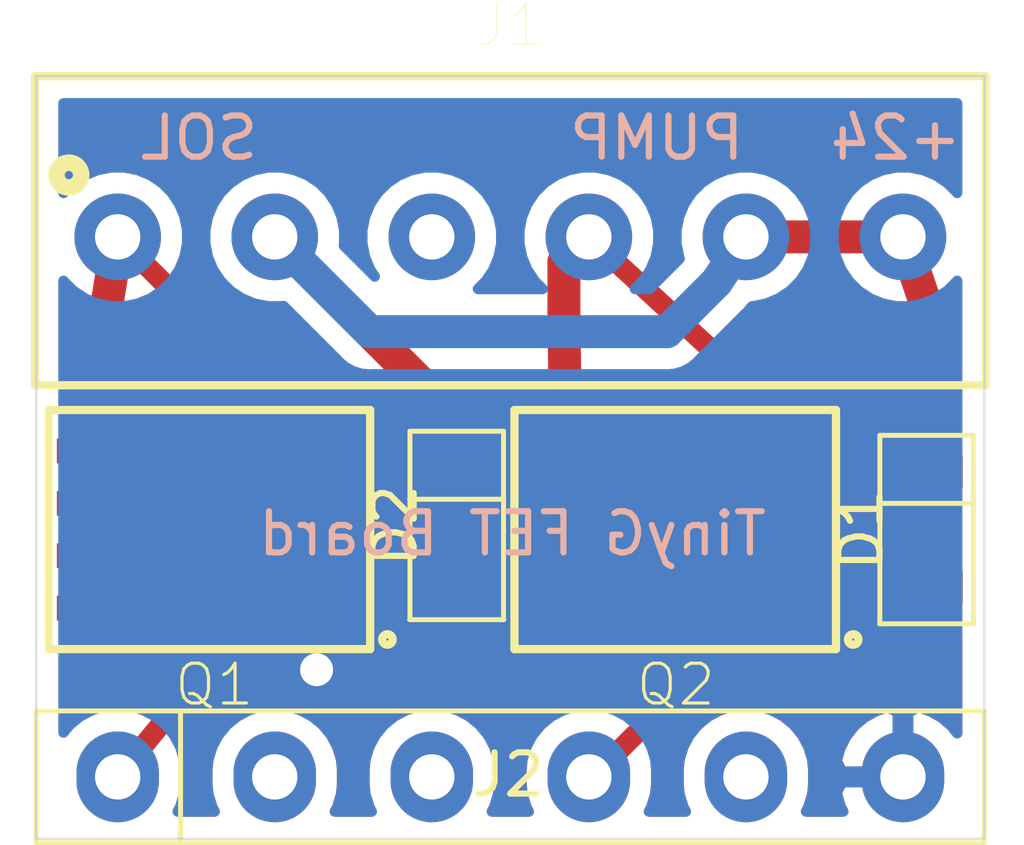
<source format=kicad_pcb>
(kicad_pcb (version 20171130) (host pcbnew "(5.1.6-0-10_14)")

  (general
    (thickness 1.6)
    (drawings 8)
    (tracks 51)
    (zones 0)
    (modules 6)
    (nets 11)
  )

  (page A4)
  (layers
    (0 F.Cu signal)
    (31 B.Cu signal)
    (32 B.Adhes user)
    (33 F.Adhes user)
    (34 B.Paste user)
    (35 F.Paste user)
    (36 B.SilkS user)
    (37 F.SilkS user)
    (38 B.Mask user)
    (39 F.Mask user)
    (40 Dwgs.User user)
    (41 Cmts.User user)
    (42 Eco1.User user)
    (43 Eco2.User user)
    (44 Edge.Cuts user)
    (45 Margin user)
    (46 B.CrtYd user)
    (47 F.CrtYd user)
    (48 B.Fab user)
    (49 F.Fab user)
  )

  (setup
    (last_trace_width 0.25)
    (user_trace_width 0.5)
    (user_trace_width 0.8)
    (trace_clearance 0.2)
    (zone_clearance 0.508)
    (zone_45_only no)
    (trace_min 0.2)
    (via_size 0.8)
    (via_drill 0.4)
    (via_min_size 0.4)
    (via_min_drill 0.3)
    (uvia_size 0.3)
    (uvia_drill 0.1)
    (uvias_allowed no)
    (uvia_min_size 0.2)
    (uvia_min_drill 0.1)
    (edge_width 0.05)
    (segment_width 0.2)
    (pcb_text_width 0.3)
    (pcb_text_size 1.5 1.5)
    (mod_edge_width 0.12)
    (mod_text_size 1 1)
    (mod_text_width 0.15)
    (pad_size 1.524 1.524)
    (pad_drill 0.762)
    (pad_to_mask_clearance 0.05)
    (aux_axis_origin 0 0)
    (visible_elements FFFFFF7F)
    (pcbplotparams
      (layerselection 0x010fc_ffffffff)
      (usegerberextensions false)
      (usegerberattributes true)
      (usegerberadvancedattributes true)
      (creategerberjobfile true)
      (excludeedgelayer true)
      (linewidth 0.100000)
      (plotframeref false)
      (viasonmask false)
      (mode 1)
      (useauxorigin false)
      (hpglpennumber 1)
      (hpglpenspeed 20)
      (hpglpendiameter 15.000000)
      (psnegative false)
      (psa4output false)
      (plotreference true)
      (plotvalue true)
      (plotinvisibletext false)
      (padsonsilk false)
      (subtractmaskfromsilk false)
      (outputformat 1)
      (mirror false)
      (drillshape 1)
      (scaleselection 1)
      (outputdirectory ""))
  )

  (net 0 "")
  (net 1 "Net-(D1-Pad2)")
  (net 2 "Net-(D1-Pad1)")
  (net 3 "Net-(J2-Pad6)")
  (net 4 "Net-(J2-Pad4)")
  (net 5 "Net-(J2-Pad1)")
  (net 6 "Net-(D2-Pad2)")
  (net 7 "Net-(J1-Pad3)")
  (net 8 "Net-(J2-Pad5)")
  (net 9 "Net-(J2-Pad3)")
  (net 10 "Net-(J2-Pad2)")

  (net_class Default "This is the default net class."
    (clearance 0.2)
    (trace_width 0.25)
    (via_dia 0.8)
    (via_drill 0.4)
    (uvia_dia 0.3)
    (uvia_drill 0.1)
    (add_net "Net-(D1-Pad1)")
    (add_net "Net-(D1-Pad2)")
    (add_net "Net-(D2-Pad2)")
    (add_net "Net-(J1-Pad3)")
    (add_net "Net-(J2-Pad1)")
    (add_net "Net-(J2-Pad2)")
    (add_net "Net-(J2-Pad3)")
    (add_net "Net-(J2-Pad4)")
    (add_net "Net-(J2-Pad5)")
    (add_net "Net-(J2-Pad6)")
  )

  (module Diode_SMD:D_1206_3216Metric (layer F.Cu) (tedit 5FB700BB) (tstamp 5FB2F124)
    (at 146.6 104 270)
    (descr "Diode SMD 1206 (3216 Metric), square (rectangular) end terminal, IPC_7351 nominal, (Body size source: http://www.tortai-tech.com/upload/download/2011102023233369053.pdf), generated with kicad-footprint-generator")
    (tags diode)
    (path /5FAEE23C)
    (attr smd)
    (fp_text reference D1 (at 0 1.6 270) (layer F.SilkS)
      (effects (font (size 1 1) (thickness 0.15)))
    )
    (fp_text value SD1206S0402R0 (at 0 1.82 270) (layer F.Fab)
      (effects (font (size 1 1) (thickness 0.15)))
    )
    (fp_text user %R (at 0 0 270) (layer F.Fab)
      (effects (font (size 0.8 0.8) (thickness 0.12)))
    )
    (fp_line (start 2.286 -1.143) (end 2.286 1.143) (layer F.SilkS) (width 0.12))
    (fp_line (start -0.635 -1.143) (end -0.635 1.143) (layer F.SilkS) (width 0.12))
    (fp_line (start 1.6 -0.8) (end -1.2 -0.8) (layer F.Fab) (width 0.1))
    (fp_line (start -1.2 -0.8) (end -1.6 -0.4) (layer F.Fab) (width 0.1))
    (fp_line (start -1.6 -0.4) (end -1.6 0.8) (layer F.Fab) (width 0.1))
    (fp_line (start -1.6 0.8) (end 1.6 0.8) (layer F.Fab) (width 0.1))
    (fp_line (start 1.6 0.8) (end 1.6 -0.8) (layer F.Fab) (width 0.1))
    (fp_line (start 2.285 -1.135) (end -2.285 -1.135) (layer F.SilkS) (width 0.12))
    (fp_line (start -2.285 -1.135) (end -2.285 1.135) (layer F.SilkS) (width 0.12))
    (fp_line (start -2.285 1.135) (end 2.285 1.135) (layer F.SilkS) (width 0.12))
    (fp_line (start -2.28 1.12) (end -2.28 -1.12) (layer F.CrtYd) (width 0.05))
    (fp_line (start -2.28 -1.12) (end 2.28 -1.12) (layer F.CrtYd) (width 0.05))
    (fp_line (start 2.28 -1.12) (end 2.28 1.12) (layer F.CrtYd) (width 0.05))
    (fp_line (start 2.28 1.12) (end -2.28 1.12) (layer F.CrtYd) (width 0.05))
    (pad 2 smd roundrect (at 1.4 0 270) (size 1.25 1.75) (layers F.Cu F.Paste F.Mask) (roundrect_rratio 0.2)
      (net 1 "Net-(D1-Pad2)"))
    (pad 1 smd roundrect (at -1.4 0 270) (size 1.25 1.75) (layers F.Cu F.Paste F.Mask) (roundrect_rratio 0.2)
      (net 2 "Net-(D1-Pad1)"))
    (model ${KISYS3DMOD}/Diode_SMD.3dshapes/D_1206_3216Metric.wrl
      (at (xyz 0 0 0))
      (scale (xyz 1 1 1))
      (rotate (xyz 0 0 0))
    )
  )

  (module "BJW_Libraries:Wuerth 691243310006" (layer F.Cu) (tedit 5FB6B9F7) (tstamp 5FAE1955)
    (at 136.5 96.9)
    (descr "<b>WR-TBL Serie 2433 - 3.81 mm Horizontal Entry Modular w. Rising Cage Clamp <br></b>Max Height =9.1mm , Pitch 3.81mm , 6 Pins")
    (path /5FADC05D)
    (fp_text reference J1 (at 0 -5.135) (layer F.SilkS)
      (effects (font (size 1 1) (thickness 0.015)))
    )
    (fp_text value Screw_Terminal_01x06 (at 4.12 4.865) (layer F.Fab)
      (effects (font (size 1 1) (thickness 0.015)))
    )
    (fp_circle (center -10.71 -1.5) (end -10.61 -1.5) (layer F.SilkS) (width 0.4))
    (fp_line (start -11.53 3.6) (end -11.53 -3.9) (layer F.SilkS) (width 0.2))
    (fp_line (start 11.53 3.6) (end -11.53 3.6) (layer F.SilkS) (width 0.2))
    (fp_line (start 11.53 -3.9) (end 11.53 3.6) (layer F.SilkS) (width 0.2))
    (fp_line (start -11.53 -3.9) (end 11.53 -3.9) (layer F.SilkS) (width 0.2))
    (fp_line (start 11.43 -3.8) (end 11.43 3.5) (layer F.Fab) (width 0.1))
    (fp_line (start -11.43 -3.8) (end -11.43 3.5) (layer F.Fab) (width 0.1))
    (fp_line (start -11.43 -3.8) (end 11.43 -3.8) (layer F.Fab) (width 0.1))
    (fp_line (start -11.43 3.5) (end 11.43 3.5) (layer F.Fab) (width 0.1))
    (pad 6 thru_hole circle (at 9.525 0) (size 2.1 2.1) (drill 1.1) (layers *.Cu *.Mask)
      (net 2 "Net-(D1-Pad1)"))
    (pad 5 thru_hole circle (at 5.715 0) (size 2.1 2.1) (drill 1.1) (layers *.Cu *.Mask)
      (net 2 "Net-(D1-Pad1)"))
    (pad 4 thru_hole circle (at 1.905 0) (size 2.1 2.1) (drill 1.1) (layers *.Cu *.Mask)
      (net 1 "Net-(D1-Pad2)"))
    (pad 3 thru_hole circle (at -1.905 0) (size 2.1 2.1) (drill 1.1) (layers *.Cu *.Mask)
      (net 7 "Net-(J1-Pad3)"))
    (pad 2 thru_hole circle (at -5.715 0) (size 2.1 2.1) (drill 1.1) (layers *.Cu *.Mask)
      (net 2 "Net-(D1-Pad1)"))
    (pad 1 thru_hole circle (at -9.525 0) (size 2.1 2.1) (drill 1.1) (layers *.Cu *.Mask)
      (net 6 "Net-(D2-Pad2)"))
  )

  (module BJW_Libraries:6_Pin_Header_.150 (layer F.Cu) (tedit 5FB6AFE4) (tstamp 5FAE1968)
    (at 136.5 110)
    (path /5FAD7D70)
    (fp_text reference J2 (at -0.05 -0.05) (layer F.SilkS)
      (effects (font (size 1 1) (thickness 0.15)))
    )
    (fp_text value Conn_01x06_Male (at 0 -2.6) (layer F.Fab)
      (effects (font (size 1 1) (thickness 0.15)))
    )
    (fp_line (start -11.5 -1.6) (end 11.5 -1.6) (layer F.SilkS) (width 0.12))
    (fp_line (start 11.5 -1.6) (end 11.5 1.6) (layer F.SilkS) (width 0.12))
    (fp_line (start 11.5 1.6) (end -11.5 1.6) (layer F.SilkS) (width 0.12))
    (fp_line (start -11.5 1.6) (end -11.5 -1.6) (layer F.SilkS) (width 0.12))
    (fp_line (start -8 -1.6) (end -8 1.6) (layer F.SilkS) (width 0.12))
    (fp_line (start -11.25 -1.35) (end 11.25 -1.35) (layer F.CrtYd) (width 0.05))
    (fp_line (start 11.25 -1.35) (end 11.25 1.35) (layer F.CrtYd) (width 0.05))
    (fp_line (start 11.25 1.35) (end -11.25 1.35) (layer F.CrtYd) (width 0.05))
    (fp_line (start -11.25 1.35) (end -11.25 -1.35) (layer F.CrtYd) (width 0.05))
    (pad 6 thru_hole oval (at 9.525 0) (size 2 2.2) (drill 1.1) (layers *.Cu *.Mask)
      (net 3 "Net-(J2-Pad6)"))
    (pad 5 thru_hole oval (at 5.715 0) (size 2 2.2) (drill 1.1) (layers *.Cu *.Mask)
      (net 8 "Net-(J2-Pad5)"))
    (pad 4 thru_hole oval (at 1.905 0) (size 2 2.2) (drill 1.1) (layers *.Cu *.Mask)
      (net 4 "Net-(J2-Pad4)"))
    (pad 3 thru_hole oval (at -1.905 0) (size 2 2.2) (drill 1.1) (layers *.Cu *.Mask)
      (net 9 "Net-(J2-Pad3)"))
    (pad 2 thru_hole oval (at -5.715 0) (size 2 2.2) (drill 1.1) (layers *.Cu *.Mask)
      (net 10 "Net-(J2-Pad2)"))
    (pad 1 thru_hole oval (at -9.525 0) (size 2 2.2) (drill 1.1) (layers *.Cu *.Mask)
      (net 5 "Net-(J2-Pad1)"))
  )

  (module Diode_SMD:D_1206_3216Metric (layer F.Cu) (tedit 5FB700BB) (tstamp 5FB1C9A1)
    (at 135.2 103.9 270)
    (descr "Diode SMD 1206 (3216 Metric), square (rectangular) end terminal, IPC_7351 nominal, (Body size source: http://www.tortai-tech.com/upload/download/2011102023233369053.pdf), generated with kicad-footprint-generator")
    (tags diode)
    (path /5FB1A5A0)
    (attr smd)
    (fp_text reference D2 (at 0 1.5 90) (layer F.SilkS)
      (effects (font (size 1 1) (thickness 0.15)))
    )
    (fp_text value SD1206S0402R0 (at 0 1.82 90) (layer F.Fab)
      (effects (font (size 1 1) (thickness 0.15)))
    )
    (fp_text user %R (at 0 0 90) (layer F.Fab)
      (effects (font (size 0.8 0.8) (thickness 0.12)))
    )
    (fp_line (start 2.286 -1.143) (end 2.286 1.143) (layer F.SilkS) (width 0.12))
    (fp_line (start -0.635 -1.143) (end -0.635 1.143) (layer F.SilkS) (width 0.12))
    (fp_line (start 1.6 -0.8) (end -1.2 -0.8) (layer F.Fab) (width 0.1))
    (fp_line (start -1.2 -0.8) (end -1.6 -0.4) (layer F.Fab) (width 0.1))
    (fp_line (start -1.6 -0.4) (end -1.6 0.8) (layer F.Fab) (width 0.1))
    (fp_line (start -1.6 0.8) (end 1.6 0.8) (layer F.Fab) (width 0.1))
    (fp_line (start 1.6 0.8) (end 1.6 -0.8) (layer F.Fab) (width 0.1))
    (fp_line (start 2.285 -1.135) (end -2.285 -1.135) (layer F.SilkS) (width 0.12))
    (fp_line (start -2.285 -1.135) (end -2.285 1.135) (layer F.SilkS) (width 0.12))
    (fp_line (start -2.285 1.135) (end 2.285 1.135) (layer F.SilkS) (width 0.12))
    (fp_line (start -2.28 1.12) (end -2.28 -1.12) (layer F.CrtYd) (width 0.05))
    (fp_line (start -2.28 -1.12) (end 2.28 -1.12) (layer F.CrtYd) (width 0.05))
    (fp_line (start 2.28 -1.12) (end 2.28 1.12) (layer F.CrtYd) (width 0.05))
    (fp_line (start 2.28 1.12) (end -2.28 1.12) (layer F.CrtYd) (width 0.05))
    (pad 2 smd roundrect (at 1.4 0 270) (size 1.25 1.75) (layers F.Cu F.Paste F.Mask) (roundrect_rratio 0.2)
      (net 6 "Net-(D2-Pad2)"))
    (pad 1 smd roundrect (at -1.4 0 270) (size 1.25 1.75) (layers F.Cu F.Paste F.Mask) (roundrect_rratio 0.2)
      (net 2 "Net-(D1-Pad1)"))
    (model ${KISYS3DMOD}/Diode_SMD.3dshapes/D_1206_3216Metric.wrl
      (at (xyz 0 0 0))
      (scale (xyz 1 1 1))
      (rotate (xyz 0 0 0))
    )
  )

  (module BJW_Libraries:SO-08 (layer F.Cu) (tedit 5DCEE3E9) (tstamp 5FAE2129)
    (at 140.5 104 90)
    (descr "<B>Small Outline Narrow Plastic Gull Wing</B><p>\n150-mil body, package type SN")
    (path /5FAE0192)
    (fp_text reference Q2 (at -3.2 -1) (layer F.SilkS)
      (effects (font (size 0.9652 0.9652) (thickness 0.077216)) (justify left top))
    )
    (fp_text value NTMS4920 (at 3.81 -5.08) (layer F.Fab)
      (effects (font (size 1.2065 1.2065) (thickness 0.09652)) (justify left top))
    )
    (fp_text user 3d (at -1.905 0.635 90) (layer Cmts.User)
      (effects (font (size 0.38608 0.38608) (thickness 0.032512)) (justify left bottom))
    )
    (fp_text user "" (at -1.905 0.635 90) (layer Cmts.User)
      (effects (font (size 0.38608 0.38608) (thickness 0.032512)) (justify left bottom))
    )
    (fp_text user "" (at -1.905 0.635 90) (layer Cmts.User)
      (effects (font (size 0.38608 0.38608) (thickness 0.032512)) (justify left bottom))
    )
    (fp_line (start -2.9 -3.9) (end 2.9 -3.9) (layer F.SilkS) (width 0.1998))
    (fp_line (start 2.9 -3.9) (end 2.9 3.9) (layer F.SilkS) (width 0.1998))
    (fp_line (start 2.9 3.9) (end -2.9 3.9) (layer F.SilkS) (width 0.1998))
    (fp_line (start -2.9 3.9) (end -2.9 -3.9) (layer F.SilkS) (width 0.1998))
    (fp_line (start 2.4 -1.9) (end 2.4 1.4) (layer F.Fab) (width 0.2032))
    (fp_line (start 2.4 1.4) (end 2.4 1.9) (layer F.Fab) (width 0.2032))
    (fp_line (start 2.4 1.9) (end -2.4 1.9) (layer F.Fab) (width 0.2032))
    (fp_line (start -2.4 1.9) (end -2.4 1.4) (layer F.Fab) (width 0.2032))
    (fp_line (start -2.4 1.4) (end -2.4 -1.9) (layer F.Fab) (width 0.2032))
    (fp_line (start -2.4 -1.9) (end 2.4 -1.9) (layer F.Fab) (width 0.2032))
    (fp_line (start 2.4 1.4) (end -2.4 1.4) (layer F.Fab) (width 0.2032))
    (fp_poly (pts (xy -2.1501 3.1001) (xy -1.6599 3.1001) (xy -1.6599 2) (xy -2.1501 2)) (layer F.Fab) (width 0))
    (fp_poly (pts (xy -0.8801 3.1001) (xy -0.3899 3.1001) (xy -0.3899 2) (xy -0.8801 2)) (layer F.Fab) (width 0))
    (fp_poly (pts (xy 0.3899 3.1001) (xy 0.8801 3.1001) (xy 0.8801 2) (xy 0.3899 2)) (layer F.Fab) (width 0))
    (fp_poly (pts (xy 1.6599 3.1001) (xy 2.1501 3.1001) (xy 2.1501 2) (xy 1.6599 2)) (layer F.Fab) (width 0))
    (fp_poly (pts (xy 1.6599 -2) (xy 2.1501 -2) (xy 2.1501 -3.1001) (xy 1.6599 -3.1001)) (layer F.Fab) (width 0))
    (fp_poly (pts (xy 0.3899 -2) (xy 0.8801 -2) (xy 0.8801 -3.1001) (xy 0.3899 -3.1001)) (layer F.Fab) (width 0))
    (fp_poly (pts (xy -0.8801 -2) (xy -0.3899 -2) (xy -0.3899 -3.1001) (xy -0.8801 -3.1001)) (layer F.Fab) (width 0))
    (fp_poly (pts (xy -2.1501 -2) (xy -1.6599 -2) (xy -1.6599 -3.1001) (xy -2.1501 -3.1001)) (layer F.Fab) (width 0))
    (fp_poly (pts (xy -1 1) (xy 1 1) (xy 1 -1) (xy -1 -1)) (layer F.Adhes) (width 0))
    (fp_circle (center -2.667 4.318) (end -2.54 4.318) (layer F.SilkS) (width 0.2))
    (pad 5 smd rect (at 1.905 -2.6 90) (size 0.6 2.2) (layers F.Cu F.Paste F.Mask)
      (net 1 "Net-(D1-Pad2)") (solder_mask_margin 0.1016))
    (pad 6 smd rect (at 0.635 -2.6 90) (size 0.6 2.2) (layers F.Cu F.Paste F.Mask)
      (net 1 "Net-(D1-Pad2)") (solder_mask_margin 0.1016))
    (pad 8 smd rect (at -1.905 -2.6 90) (size 0.6 2.2) (layers F.Cu F.Paste F.Mask)
      (net 1 "Net-(D1-Pad2)") (solder_mask_margin 0.1016))
    (pad 4 smd rect (at 1.905 2.6 90) (size 0.6 2.2) (layers F.Cu F.Paste F.Mask)
      (net 4 "Net-(J2-Pad4)") (solder_mask_margin 0.1016))
    (pad 3 smd rect (at 0.635 2.6 90) (size 0.6 2.2) (layers F.Cu F.Paste F.Mask)
      (net 3 "Net-(J2-Pad6)") (solder_mask_margin 0.1016))
    (pad 1 smd rect (at -1.905 2.6 90) (size 0.6 2.2) (layers F.Cu F.Paste F.Mask)
      (net 3 "Net-(J2-Pad6)") (solder_mask_margin 0.1016))
    (pad 7 smd rect (at -0.635 -2.6 90) (size 0.6 2.2) (layers F.Cu F.Paste F.Mask)
      (net 1 "Net-(D1-Pad2)") (solder_mask_margin 0.1016))
    (pad 2 smd rect (at -0.635 2.6 90) (size 0.6 2.2) (layers F.Cu F.Paste F.Mask)
      (net 3 "Net-(J2-Pad6)") (solder_mask_margin 0.1016))
  )

  (module BJW_Libraries:SO-08 (layer F.Cu) (tedit 5DCEE3E9) (tstamp 5FAE2106)
    (at 129.2 104 90)
    (descr "<B>Small Outline Narrow Plastic Gull Wing</B><p>\n150-mil body, package type SN")
    (path /5FADE4CA)
    (fp_text reference Q1 (at -3.2 -0.9) (layer F.SilkS)
      (effects (font (size 0.9652 0.9652) (thickness 0.077216)) (justify left top))
    )
    (fp_text value NTMS4920 (at 3.81 -5.08) (layer F.Fab)
      (effects (font (size 1.2065 1.2065) (thickness 0.09652)) (justify left top))
    )
    (fp_text user 3d (at -1.905 0.635 90) (layer Cmts.User)
      (effects (font (size 0.38608 0.38608) (thickness 0.032512)) (justify left bottom))
    )
    (fp_text user "" (at -1.905 0.635 90) (layer Cmts.User)
      (effects (font (size 0.38608 0.38608) (thickness 0.032512)) (justify left bottom))
    )
    (fp_text user "" (at -1.905 0.635 90) (layer Cmts.User)
      (effects (font (size 0.38608 0.38608) (thickness 0.032512)) (justify left bottom))
    )
    (fp_line (start -2.9 -3.9) (end 2.9 -3.9) (layer F.SilkS) (width 0.1998))
    (fp_line (start 2.9 -3.9) (end 2.9 3.9) (layer F.SilkS) (width 0.1998))
    (fp_line (start 2.9 3.9) (end -2.9 3.9) (layer F.SilkS) (width 0.1998))
    (fp_line (start -2.9 3.9) (end -2.9 -3.9) (layer F.SilkS) (width 0.1998))
    (fp_line (start 2.4 -1.9) (end 2.4 1.4) (layer F.Fab) (width 0.2032))
    (fp_line (start 2.4 1.4) (end 2.4 1.9) (layer F.Fab) (width 0.2032))
    (fp_line (start 2.4 1.9) (end -2.4 1.9) (layer F.Fab) (width 0.2032))
    (fp_line (start -2.4 1.9) (end -2.4 1.4) (layer F.Fab) (width 0.2032))
    (fp_line (start -2.4 1.4) (end -2.4 -1.9) (layer F.Fab) (width 0.2032))
    (fp_line (start -2.4 -1.9) (end 2.4 -1.9) (layer F.Fab) (width 0.2032))
    (fp_line (start 2.4 1.4) (end -2.4 1.4) (layer F.Fab) (width 0.2032))
    (fp_poly (pts (xy -2.1501 3.1001) (xy -1.6599 3.1001) (xy -1.6599 2) (xy -2.1501 2)) (layer F.Fab) (width 0))
    (fp_poly (pts (xy -0.8801 3.1001) (xy -0.3899 3.1001) (xy -0.3899 2) (xy -0.8801 2)) (layer F.Fab) (width 0))
    (fp_poly (pts (xy 0.3899 3.1001) (xy 0.8801 3.1001) (xy 0.8801 2) (xy 0.3899 2)) (layer F.Fab) (width 0))
    (fp_poly (pts (xy 1.6599 3.1001) (xy 2.1501 3.1001) (xy 2.1501 2) (xy 1.6599 2)) (layer F.Fab) (width 0))
    (fp_poly (pts (xy 1.6599 -2) (xy 2.1501 -2) (xy 2.1501 -3.1001) (xy 1.6599 -3.1001)) (layer F.Fab) (width 0))
    (fp_poly (pts (xy 0.3899 -2) (xy 0.8801 -2) (xy 0.8801 -3.1001) (xy 0.3899 -3.1001)) (layer F.Fab) (width 0))
    (fp_poly (pts (xy -0.8801 -2) (xy -0.3899 -2) (xy -0.3899 -3.1001) (xy -0.8801 -3.1001)) (layer F.Fab) (width 0))
    (fp_poly (pts (xy -2.1501 -2) (xy -1.6599 -2) (xy -1.6599 -3.1001) (xy -2.1501 -3.1001)) (layer F.Fab) (width 0))
    (fp_poly (pts (xy -1 1) (xy 1 1) (xy 1 -1) (xy -1 -1)) (layer F.Adhes) (width 0))
    (fp_circle (center -2.667 4.318) (end -2.54 4.318) (layer F.SilkS) (width 0.2))
    (pad 5 smd rect (at 1.905 -2.6 90) (size 0.6 2.2) (layers F.Cu F.Paste F.Mask)
      (net 6 "Net-(D2-Pad2)") (solder_mask_margin 0.1016))
    (pad 6 smd rect (at 0.635 -2.6 90) (size 0.6 2.2) (layers F.Cu F.Paste F.Mask)
      (net 6 "Net-(D2-Pad2)") (solder_mask_margin 0.1016))
    (pad 8 smd rect (at -1.905 -2.6 90) (size 0.6 2.2) (layers F.Cu F.Paste F.Mask)
      (net 6 "Net-(D2-Pad2)") (solder_mask_margin 0.1016))
    (pad 4 smd rect (at 1.905 2.6 90) (size 0.6 2.2) (layers F.Cu F.Paste F.Mask)
      (net 5 "Net-(J2-Pad1)") (solder_mask_margin 0.1016))
    (pad 3 smd rect (at 0.635 2.6 90) (size 0.6 2.2) (layers F.Cu F.Paste F.Mask)
      (net 3 "Net-(J2-Pad6)") (solder_mask_margin 0.1016))
    (pad 1 smd rect (at -1.905 2.6 90) (size 0.6 2.2) (layers F.Cu F.Paste F.Mask)
      (net 3 "Net-(J2-Pad6)") (solder_mask_margin 0.1016))
    (pad 7 smd rect (at -0.635 -2.6 90) (size 0.6 2.2) (layers F.Cu F.Paste F.Mask)
      (net 6 "Net-(D2-Pad2)") (solder_mask_margin 0.1016))
    (pad 2 smd rect (at -0.635 2.6 90) (size 0.6 2.2) (layers F.Cu F.Paste F.Mask)
      (net 3 "Net-(J2-Pad6)") (solder_mask_margin 0.1016))
  )

  (gr_text "TinyG FET Board" (at 136.55 104.1) (layer B.SilkS)
    (effects (font (size 1 1) (thickness 0.15)) (justify mirror))
  )
  (gr_text +24 (at 145.85 94.5) (layer B.SilkS)
    (effects (font (size 1 1) (thickness 0.15)) (justify mirror))
  )
  (gr_text PUMP (at 140.05 94.5) (layer B.SilkS)
    (effects (font (size 1 1) (thickness 0.15)) (justify mirror))
  )
  (gr_text SOL (at 128.95 94.5) (layer B.SilkS)
    (effects (font (size 1 1) (thickness 0.15)) (justify mirror))
  )
  (gr_line (start 125 111.5) (end 125 93) (layer Edge.Cuts) (width 0.05) (tstamp 5FAEB9A5))
  (gr_line (start 148 111.5) (end 125 111.5) (layer Edge.Cuts) (width 0.05))
  (gr_line (start 148 93) (end 148 111.5) (layer Edge.Cuts) (width 0.05))
  (gr_line (start 125 93) (end 148 93) (layer Edge.Cuts) (width 0.05))

  (segment (start 138.405 96.9) (end 138.5 96.5) (width 0.5) (layer F.Cu) (net 1))
  (segment (start 142.1 100.3) (end 138.405 96.9) (width 0.5) (layer F.Cu) (net 1))
  (segment (start 144.1 100.3) (end 142.1 100.3) (width 0.5) (layer F.Cu) (net 1))
  (segment (start 145 101.2) (end 144.1 100.3) (width 0.5) (layer F.Cu) (net 1))
  (segment (start 145 103.8) (end 145 101.2) (width 0.5) (layer F.Cu) (net 1))
  (segment (start 146.6 105.4) (end 145 103.8) (width 0.5) (layer F.Cu) (net 1))
  (segment (start 137.9 97.005) (end 138.405 96.9) (width 0.25) (layer F.Cu) (net 1))
  (segment (start 137.9 105.605) (end 137.8 98.9) (width 0.8) (layer F.Cu) (net 1))
  (segment (start 138.2 105.905) (end 137.9 105.605) (width 0.5) (layer F.Cu) (net 1))
  (segment (start 137.8 97.505) (end 138.405 96.9) (width 0.8) (layer F.Cu) (net 1))
  (segment (start 137.8 98.9) (end 137.8 97.505) (width 0.8) (layer F.Cu) (net 1))
  (segment (start 146.5 102.5) (end 146.6 102.6) (width 0.8) (layer F.Cu) (net 2))
  (segment (start 146.025 96.9) (end 142.215 96.9) (width 0.8) (layer F.Cu) (net 2))
  (segment (start 146.6 98.6) (end 146.025 96.9) (width 0.8) (layer F.Cu) (net 2))
  (segment (start 146.6 102.6) (end 146.6 98.6) (width 0.8) (layer F.Cu) (net 2))
  (segment (start 135.2 101.4) (end 134.8 100.915) (width 0.8) (layer F.Cu) (net 2))
  (segment (start 134.8 100.915) (end 130.785 96.9) (width 0.8) (layer F.Cu) (net 2))
  (segment (start 135.2 102.5) (end 135.2 101.4) (width 0.8) (layer F.Cu) (net 2))
  (segment (start 133.085 99.2) (end 132.28 98.395) (width 0.8) (layer B.Cu) (net 2))
  (segment (start 140.3 99.2) (end 133.085 99.2) (width 0.8) (layer B.Cu) (net 2))
  (segment (start 132.28 98.395) (end 130.785 96.9) (width 0.8) (layer B.Cu) (net 2))
  (segment (start 141.5 98) (end 140.3 99.2) (width 0.8) (layer B.Cu) (net 2))
  (segment (start 142.5 96.5) (end 141.5 98) (width 0.8) (layer B.Cu) (net 2))
  (via (at 131.8 107.4) (size 1) (drill 0.8) (layers F.Cu B.Cu) (net 3))
  (segment (start 131.6 107.4) (end 131.5 107.5) (width 0.25) (layer F.Cu) (net 3) (tstamp 5FAEB9BF))
  (segment (start 131.6 107.4) (end 131.6 107.4) (width 0.25) (layer F.Cu) (net 3))
  (segment (start 131.8 103.365) (end 131.8 104.635) (width 0.8) (layer F.Cu) (net 3))
  (segment (start 131.8 104.635) (end 131.8 105.905) (width 0.8) (layer F.Cu) (net 3))
  (segment (start 131.8 105.905) (end 131.8 107.4) (width 0.8) (layer F.Cu) (net 3))
  (segment (start 143.1 103.365) (end 143.1 104.635) (width 0.8) (layer F.Cu) (net 3))
  (segment (start 143.1 104.635) (end 143.1 105.905) (width 0.8) (layer F.Cu) (net 3))
  (segment (start 140.5 108) (end 138.5 110) (width 0.5) (layer F.Cu) (net 4))
  (segment (start 140.5 103) (end 140.5 108) (width 0.5) (layer F.Cu) (net 4))
  (segment (start 141.405 102.095) (end 140.5 103) (width 0.5) (layer F.Cu) (net 4))
  (segment (start 143.4 102.095) (end 141.405 102.095) (width 0.5) (layer F.Cu) (net 4))
  (segment (start 129.2 107.3) (end 126.975 110) (width 0.5) (layer F.Cu) (net 5))
  (segment (start 129.2 103.1) (end 129.2 107.3) (width 0.5) (layer F.Cu) (net 5))
  (segment (start 130.205 102.095) (end 129.2 103.1) (width 0.5) (layer F.Cu) (net 5))
  (segment (start 131.6 102.095) (end 130.205 102.095) (width 0.5) (layer F.Cu) (net 5))
  (segment (start 126.6 103.365) (end 126.6 104.635) (width 0.8) (layer F.Cu) (net 6))
  (segment (start 126.6 104.635) (end 126.6 105.905) (width 0.8) (layer F.Cu) (net 6))
  (segment (start 126.6 102.095) (end 126.6 103.365) (width 0.8) (layer F.Cu) (net 6))
  (segment (start 132.5 100.3) (end 130.5 100.3) (width 0.5) (layer F.Cu) (net 6))
  (segment (start 133.6 101.4) (end 132.5 100.3) (width 0.5) (layer F.Cu) (net 6))
  (segment (start 135.2 105.3) (end 134.025 105.3) (width 0.5) (layer F.Cu) (net 6))
  (segment (start 133.6 104.875) (end 133.6 101.4) (width 0.5) (layer F.Cu) (net 6))
  (segment (start 134.025 105.3) (end 133.6 104.875) (width 0.5) (layer F.Cu) (net 6))
  (segment (start 130.375 100.3) (end 126.975 96.9) (width 0.5) (layer F.Cu) (net 6))
  (segment (start 126.5 101.995) (end 126.6 102.095) (width 0.8) (layer F.Cu) (net 6))
  (segment (start 126.650359 98.950359) (end 126.6 102.095) (width 0.8) (layer F.Cu) (net 6))
  (segment (start 126.975 96.9) (end 126.650359 98.950359) (width 0.8) (layer F.Cu) (net 6))

  (zone (net 3) (net_name "Net-(J2-Pad6)") (layer F.Cu) (tstamp 0) (hatch edge 0.508)
    (connect_pads (clearance 0.508))
    (min_thickness 0.254)
    (fill yes (arc_segments 32) (thermal_gap 0.508) (thermal_bridge_width 0.508))
    (polygon
      (pts
        (xy 148 111.5) (xy 125 111.5) (xy 125 93.2) (xy 148 93.2)
      )
    )
    (filled_polygon
      (pts
        (xy 131.927 103.238) (xy 131.947 103.238) (xy 131.947 103.492) (xy 131.927 103.492) (xy 131.927 104.508)
        (xy 131.947 104.508) (xy 131.947 104.762) (xy 131.927 104.762) (xy 131.927 105.778) (xy 131.947 105.778)
        (xy 131.947 106.032) (xy 131.927 106.032) (xy 131.927 106.68125) (xy 132.08575 106.84) (xy 132.9 106.843072)
        (xy 133.024482 106.830812) (xy 133.14418 106.794502) (xy 133.254494 106.735537) (xy 133.351185 106.656185) (xy 133.430537 106.559494)
        (xy 133.489502 106.44918) (xy 133.525812 106.329482) (xy 133.538072 106.205) (xy 133.535 106.19075) (xy 133.376252 106.032002)
        (xy 133.521913 106.032002) (xy 133.530941 106.039411) (xy 133.684687 106.121589) (xy 133.836139 106.167532) (xy 133.836595 106.168386)
        (xy 133.947038 106.302962) (xy 134.081614 106.413405) (xy 134.23515 106.495472) (xy 134.401746 106.546008) (xy 134.575 106.563072)
        (xy 135.825 106.563072) (xy 135.998254 106.546008) (xy 136.16485 106.495472) (xy 136.2196 106.466208) (xy 136.269463 106.559494)
        (xy 136.348815 106.656185) (xy 136.445506 106.735537) (xy 136.55582 106.794502) (xy 136.675518 106.830812) (xy 136.8 106.843072)
        (xy 139 106.843072) (xy 139.124482 106.830812) (xy 139.24418 106.794502) (xy 139.354494 106.735537) (xy 139.451185 106.656185)
        (xy 139.530537 106.559494) (xy 139.589502 106.44918) (xy 139.615001 106.365122) (xy 139.615001 107.63342) (xy 138.905244 108.343177)
        (xy 138.725515 108.288657) (xy 138.405 108.257089) (xy 138.084484 108.288657) (xy 137.776285 108.382148) (xy 137.492248 108.533969)
        (xy 137.243286 108.738286) (xy 137.038969 108.987249) (xy 136.887148 109.271286) (xy 136.793657 109.579485) (xy 136.77 109.819679)
        (xy 136.77 110.180322) (xy 136.793657 110.420516) (xy 136.887148 110.728715) (xy 136.946631 110.84) (xy 136.053369 110.84)
        (xy 136.112852 110.728714) (xy 136.206343 110.420515) (xy 136.23 110.180321) (xy 136.23 109.819678) (xy 136.206343 109.579484)
        (xy 136.112852 109.271285) (xy 135.961031 108.987248) (xy 135.756714 108.738286) (xy 135.507751 108.533969) (xy 135.223714 108.382148)
        (xy 134.915515 108.288657) (xy 134.595 108.257089) (xy 134.274484 108.288657) (xy 133.966285 108.382148) (xy 133.682248 108.533969)
        (xy 133.433286 108.738286) (xy 133.228969 108.987249) (xy 133.077148 109.271286) (xy 132.983657 109.579485) (xy 132.96 109.819679)
        (xy 132.96 110.180322) (xy 132.983657 110.420516) (xy 133.077148 110.728715) (xy 133.136631 110.84) (xy 132.243369 110.84)
        (xy 132.302852 110.728714) (xy 132.396343 110.420515) (xy 132.42 110.180321) (xy 132.42 109.819678) (xy 132.396343 109.579484)
        (xy 132.302852 109.271285) (xy 132.151031 108.987248) (xy 131.946714 108.738286) (xy 131.697751 108.533969) (xy 131.413714 108.382148)
        (xy 131.105515 108.288657) (xy 130.785 108.257089) (xy 130.464484 108.288657) (xy 130.156285 108.382148) (xy 129.872248 108.533969)
        (xy 129.623286 108.738286) (xy 129.418969 108.987249) (xy 129.267148 109.271286) (xy 129.173657 109.579485) (xy 129.15 109.819679)
        (xy 129.15 110.180322) (xy 129.173657 110.420516) (xy 129.267148 110.728715) (xy 129.326631 110.84) (xy 128.433369 110.84)
        (xy 128.492852 110.728714) (xy 128.586343 110.420515) (xy 128.61 110.180321) (xy 128.61 109.819678) (xy 128.586343 109.579484)
        (xy 128.554587 109.474799) (xy 129.828118 107.929391) (xy 129.828817 107.928817) (xy 129.883628 107.86203) (xy 129.910624 107.829271)
        (xy 129.911122 107.828529) (xy 129.939411 107.794059) (xy 129.959582 107.756321) (xy 129.983425 107.720794) (xy 130.000571 107.679635)
        (xy 130.021589 107.640313) (xy 130.034011 107.599364) (xy 130.050464 107.559869) (xy 130.05925 107.516165) (xy 130.072195 107.47349)
        (xy 130.07639 107.4309) (xy 130.084821 107.388958) (xy 130.084911 107.344381) (xy 130.085 107.343477) (xy 130.085 107.300308)
        (xy 130.085173 107.214629) (xy 130.085 107.21375) (xy 130.085 106.365124) (xy 130.110498 106.44918) (xy 130.169463 106.559494)
        (xy 130.248815 106.656185) (xy 130.345506 106.735537) (xy 130.45582 106.794502) (xy 130.575518 106.830812) (xy 130.7 106.843072)
        (xy 131.51425 106.84) (xy 131.673 106.68125) (xy 131.673 106.032) (xy 131.653 106.032) (xy 131.653 105.778)
        (xy 131.673 105.778) (xy 131.673 104.762) (xy 131.653 104.762) (xy 131.653 104.508) (xy 131.673 104.508)
        (xy 131.673 103.492) (xy 131.653 103.492) (xy 131.653 103.238) (xy 131.673 103.238) (xy 131.673 103.218)
        (xy 131.927 103.218)
      )
    )
    (filled_polygon
      (pts
        (xy 143.227 103.238) (xy 143.247 103.238) (xy 143.247 103.492) (xy 143.227 103.492) (xy 143.227 104.508)
        (xy 143.247 104.508) (xy 143.247 104.762) (xy 143.227 104.762) (xy 143.227 105.778) (xy 144.67625 105.778)
        (xy 144.835 105.61925) (xy 144.838072 105.605) (xy 144.825812 105.480518) (xy 144.789502 105.36082) (xy 144.740957 105.27)
        (xy 144.789502 105.17918) (xy 144.825812 105.059482) (xy 144.838072 104.935) (xy 144.835 104.92075) (xy 144.676252 104.762002)
        (xy 144.710424 104.762002) (xy 145.086928 105.138506) (xy 145.086928 105.775) (xy 145.103992 105.948254) (xy 145.154528 106.11485)
        (xy 145.236595 106.268386) (xy 145.347038 106.402962) (xy 145.481614 106.513405) (xy 145.63515 106.595472) (xy 145.801746 106.646008)
        (xy 145.975 106.663072) (xy 147.225 106.663072) (xy 147.340001 106.651745) (xy 147.340001 108.941453) (xy 147.20652 108.771045)
        (xy 146.963569 108.562234) (xy 146.684549 108.404833) (xy 146.405434 108.309876) (xy 146.152 108.429223) (xy 146.152 109.873)
        (xy 146.172 109.873) (xy 146.172 110.127) (xy 146.152 110.127) (xy 146.152 110.147) (xy 145.898 110.147)
        (xy 145.898 110.127) (xy 144.549798 110.127) (xy 144.415388 110.382274) (xy 144.501385 110.69087) (xy 144.576787 110.84)
        (xy 143.673369 110.84) (xy 143.732852 110.728714) (xy 143.826343 110.420515) (xy 143.85 110.180321) (xy 143.85 109.819678)
        (xy 143.83011 109.617726) (xy 144.415388 109.617726) (xy 144.549798 109.873) (xy 145.898 109.873) (xy 145.898 108.429223)
        (xy 145.644566 108.309876) (xy 145.365451 108.404833) (xy 145.086431 108.562234) (xy 144.84348 108.771045) (xy 144.645934 109.023241)
        (xy 144.501385 109.30913) (xy 144.415388 109.617726) (xy 143.83011 109.617726) (xy 143.826343 109.579484) (xy 143.732852 109.271285)
        (xy 143.581031 108.987248) (xy 143.376714 108.738286) (xy 143.127751 108.533969) (xy 142.843714 108.382148) (xy 142.535515 108.288657)
        (xy 142.215 108.257089) (xy 141.894484 108.288657) (xy 141.586285 108.382148) (xy 141.302248 108.533969) (xy 141.053286 108.738286)
        (xy 140.848969 108.987249) (xy 140.697148 109.271286) (xy 140.603657 109.579485) (xy 140.58 109.819679) (xy 140.58 110.180322)
        (xy 140.603657 110.420516) (xy 140.697148 110.728715) (xy 140.756631 110.84) (xy 139.863369 110.84) (xy 139.922852 110.728714)
        (xy 140.016343 110.420515) (xy 140.04 110.180321) (xy 140.04 109.819678) (xy 140.030308 109.721271) (xy 141.095049 108.65653)
        (xy 141.128817 108.628817) (xy 141.239411 108.494059) (xy 141.321589 108.340313) (xy 141.372195 108.17349) (xy 141.385 108.043477)
        (xy 141.385 108.043467) (xy 141.389281 108.000001) (xy 141.385 107.956535) (xy 141.385 106.365124) (xy 141.410498 106.44918)
        (xy 141.469463 106.559494) (xy 141.548815 106.656185) (xy 141.645506 106.735537) (xy 141.75582 106.794502) (xy 141.875518 106.830812)
        (xy 142 106.843072) (xy 142.81425 106.84) (xy 142.973 106.68125) (xy 142.973 106.032) (xy 143.227 106.032)
        (xy 143.227 106.68125) (xy 143.38575 106.84) (xy 144.2 106.843072) (xy 144.324482 106.830812) (xy 144.44418 106.794502)
        (xy 144.554494 106.735537) (xy 144.651185 106.656185) (xy 144.730537 106.559494) (xy 144.789502 106.44918) (xy 144.825812 106.329482)
        (xy 144.838072 106.205) (xy 144.835 106.19075) (xy 144.67625 106.032) (xy 143.227 106.032) (xy 142.973 106.032)
        (xy 142.953 106.032) (xy 142.953 105.778) (xy 142.973 105.778) (xy 142.973 104.762) (xy 142.953 104.762)
        (xy 142.953 104.508) (xy 142.973 104.508) (xy 142.973 103.492) (xy 142.953 103.492) (xy 142.953 103.238)
        (xy 142.973 103.238) (xy 142.973 103.218) (xy 143.227 103.218)
      )
    )
  )
  (zone (net 3) (net_name "Net-(J2-Pad6)") (layer B.Cu) (tstamp 5FAEB9A7) (hatch edge 0.508)
    (connect_pads (clearance 0.508))
    (min_thickness 0.254)
    (fill yes (arc_segments 32) (thermal_gap 0.508) (thermal_bridge_width 0.508))
    (polygon
      (pts
        (xy 148 111.5) (xy 125 111.5) (xy 125 93.2) (xy 148 93.2)
      )
    )
    (filled_polygon
      (pts
        (xy 147.34 95.835117) (xy 147.333825 95.825875) (xy 147.099125 95.591175) (xy 146.823147 95.406772) (xy 146.516496 95.279754)
        (xy 146.190958 95.215) (xy 145.859042 95.215) (xy 145.533504 95.279754) (xy 145.226853 95.406772) (xy 144.950875 95.591175)
        (xy 144.716175 95.825875) (xy 144.531772 96.101853) (xy 144.404754 96.408504) (xy 144.34 96.734042) (xy 144.34 97.065958)
        (xy 144.404754 97.391496) (xy 144.531772 97.698147) (xy 144.716175 97.974125) (xy 144.950875 98.208825) (xy 145.226853 98.393228)
        (xy 145.533504 98.520246) (xy 145.859042 98.585) (xy 146.190958 98.585) (xy 146.516496 98.520246) (xy 146.823147 98.393228)
        (xy 147.099125 98.208825) (xy 147.333825 97.974125) (xy 147.34 97.964883) (xy 147.340001 108.941453) (xy 147.20652 108.771045)
        (xy 146.963569 108.562234) (xy 146.684549 108.404833) (xy 146.405434 108.309876) (xy 146.152 108.429223) (xy 146.152 109.873)
        (xy 146.172 109.873) (xy 146.172 110.127) (xy 146.152 110.127) (xy 146.152 110.147) (xy 145.898 110.147)
        (xy 145.898 110.127) (xy 144.549798 110.127) (xy 144.415388 110.382274) (xy 144.501385 110.69087) (xy 144.576787 110.84)
        (xy 143.673369 110.84) (xy 143.732852 110.728714) (xy 143.826343 110.420515) (xy 143.85 110.180321) (xy 143.85 109.819678)
        (xy 143.83011 109.617726) (xy 144.415388 109.617726) (xy 144.549798 109.873) (xy 145.898 109.873) (xy 145.898 108.429223)
        (xy 145.644566 108.309876) (xy 145.365451 108.404833) (xy 145.086431 108.562234) (xy 144.84348 108.771045) (xy 144.645934 109.023241)
        (xy 144.501385 109.30913) (xy 144.415388 109.617726) (xy 143.83011 109.617726) (xy 143.826343 109.579484) (xy 143.732852 109.271285)
        (xy 143.581031 108.987248) (xy 143.376714 108.738286) (xy 143.127751 108.533969) (xy 142.843714 108.382148) (xy 142.535515 108.288657)
        (xy 142.215 108.257089) (xy 141.894484 108.288657) (xy 141.586285 108.382148) (xy 141.302248 108.533969) (xy 141.053286 108.738286)
        (xy 140.848969 108.987249) (xy 140.697148 109.271286) (xy 140.603657 109.579485) (xy 140.58 109.819679) (xy 140.58 110.180322)
        (xy 140.603657 110.420516) (xy 140.697148 110.728715) (xy 140.756631 110.84) (xy 139.863369 110.84) (xy 139.922852 110.728714)
        (xy 140.016343 110.420515) (xy 140.04 110.180321) (xy 140.04 109.819678) (xy 140.016343 109.579484) (xy 139.922852 109.271285)
        (xy 139.771031 108.987248) (xy 139.566714 108.738286) (xy 139.317751 108.533969) (xy 139.033714 108.382148) (xy 138.725515 108.288657)
        (xy 138.405 108.257089) (xy 138.084484 108.288657) (xy 137.776285 108.382148) (xy 137.492248 108.533969) (xy 137.243286 108.738286)
        (xy 137.038969 108.987249) (xy 136.887148 109.271286) (xy 136.793657 109.579485) (xy 136.77 109.819679) (xy 136.77 110.180322)
        (xy 136.793657 110.420516) (xy 136.887148 110.728715) (xy 136.946631 110.84) (xy 136.053369 110.84) (xy 136.112852 110.728714)
        (xy 136.206343 110.420515) (xy 136.23 110.180321) (xy 136.23 109.819678) (xy 136.206343 109.579484) (xy 136.112852 109.271285)
        (xy 135.961031 108.987248) (xy 135.756714 108.738286) (xy 135.507751 108.533969) (xy 135.223714 108.382148) (xy 134.915515 108.288657)
        (xy 134.595 108.257089) (xy 134.274484 108.288657) (xy 133.966285 108.382148) (xy 133.682248 108.533969) (xy 133.433286 108.738286)
        (xy 133.228969 108.987249) (xy 133.077148 109.271286) (xy 132.983657 109.579485) (xy 132.96 109.819679) (xy 132.96 110.180322)
        (xy 132.983657 110.420516) (xy 133.077148 110.728715) (xy 133.136631 110.84) (xy 132.243369 110.84) (xy 132.302852 110.728714)
        (xy 132.396343 110.420515) (xy 132.42 110.180321) (xy 132.42 109.819678) (xy 132.396343 109.579484) (xy 132.302852 109.271285)
        (xy 132.151031 108.987248) (xy 131.946714 108.738286) (xy 131.697751 108.533969) (xy 131.413714 108.382148) (xy 131.105515 108.288657)
        (xy 130.785 108.257089) (xy 130.464484 108.288657) (xy 130.156285 108.382148) (xy 129.872248 108.533969) (xy 129.623286 108.738286)
        (xy 129.418969 108.987249) (xy 129.267148 109.271286) (xy 129.173657 109.579485) (xy 129.15 109.819679) (xy 129.15 110.180322)
        (xy 129.173657 110.420516) (xy 129.267148 110.728715) (xy 129.326631 110.84) (xy 128.433369 110.84) (xy 128.492852 110.728714)
        (xy 128.586343 110.420515) (xy 128.61 110.180321) (xy 128.61 109.819678) (xy 128.586343 109.579484) (xy 128.492852 109.271285)
        (xy 128.341031 108.987248) (xy 128.136714 108.738286) (xy 127.887751 108.533969) (xy 127.603714 108.382148) (xy 127.295515 108.288657)
        (xy 126.975 108.257089) (xy 126.654484 108.288657) (xy 126.346285 108.382148) (xy 126.062248 108.533969) (xy 125.813286 108.738286)
        (xy 125.66 108.925067) (xy 125.66 97.964883) (xy 125.666175 97.974125) (xy 125.900875 98.208825) (xy 126.176853 98.393228)
        (xy 126.483504 98.520246) (xy 126.809042 98.585) (xy 127.140958 98.585) (xy 127.466496 98.520246) (xy 127.773147 98.393228)
        (xy 128.049125 98.208825) (xy 128.283825 97.974125) (xy 128.468228 97.698147) (xy 128.595246 97.391496) (xy 128.66 97.065958)
        (xy 128.66 96.734042) (xy 129.1 96.734042) (xy 129.1 97.065958) (xy 129.164754 97.391496) (xy 129.291772 97.698147)
        (xy 129.476175 97.974125) (xy 129.710875 98.208825) (xy 129.986853 98.393228) (xy 130.293504 98.520246) (xy 130.619042 98.585)
        (xy 130.950958 98.585) (xy 130.997109 98.57582) (xy 131.584092 99.162803) (xy 131.584097 99.162807) (xy 132.317197 99.895908)
        (xy 132.349604 99.935396) (xy 132.389092 99.967803) (xy 132.507202 100.064734) (xy 132.603309 100.116104) (xy 132.687007 100.160841)
        (xy 132.882105 100.220024) (xy 133.034162 100.235) (xy 133.034164 100.235) (xy 133.085 100.240007) (xy 133.135835 100.235)
        (xy 140.249172 100.235) (xy 140.3 100.240006) (xy 140.350828 100.235) (xy 140.350838 100.235) (xy 140.502895 100.220024)
        (xy 140.697993 100.160841) (xy 140.877797 100.064734) (xy 141.035396 99.935396) (xy 141.067807 99.895903) (xy 142.196295 98.767416)
        (xy 142.236165 98.734626) (xy 142.300132 98.656516) (xy 142.358823 98.585) (xy 142.380958 98.585) (xy 142.706496 98.520246)
        (xy 143.013147 98.393228) (xy 143.289125 98.208825) (xy 143.523825 97.974125) (xy 143.708228 97.698147) (xy 143.835246 97.391496)
        (xy 143.9 97.065958) (xy 143.9 96.734042) (xy 143.835246 96.408504) (xy 143.708228 96.101853) (xy 143.523825 95.825875)
        (xy 143.289125 95.591175) (xy 143.013147 95.406772) (xy 142.706496 95.279754) (xy 142.380958 95.215) (xy 142.049042 95.215)
        (xy 141.723504 95.279754) (xy 141.416853 95.406772) (xy 141.140875 95.591175) (xy 140.906175 95.825875) (xy 140.721772 96.101853)
        (xy 140.594754 96.408504) (xy 140.53 96.734042) (xy 140.53 97.065958) (xy 140.594754 97.391496) (xy 140.60941 97.426879)
        (xy 139.87129 98.165) (xy 139.52295 98.165) (xy 139.713825 97.974125) (xy 139.898228 97.698147) (xy 140.025246 97.391496)
        (xy 140.09 97.065958) (xy 140.09 96.734042) (xy 140.025246 96.408504) (xy 139.898228 96.101853) (xy 139.713825 95.825875)
        (xy 139.479125 95.591175) (xy 139.203147 95.406772) (xy 138.896496 95.279754) (xy 138.570958 95.215) (xy 138.239042 95.215)
        (xy 137.913504 95.279754) (xy 137.606853 95.406772) (xy 137.330875 95.591175) (xy 137.096175 95.825875) (xy 136.911772 96.101853)
        (xy 136.784754 96.408504) (xy 136.72 96.734042) (xy 136.72 97.065958) (xy 136.784754 97.391496) (xy 136.911772 97.698147)
        (xy 137.096175 97.974125) (xy 137.28705 98.165) (xy 135.71295 98.165) (xy 135.903825 97.974125) (xy 136.088228 97.698147)
        (xy 136.215246 97.391496) (xy 136.28 97.065958) (xy 136.28 96.734042) (xy 136.215246 96.408504) (xy 136.088228 96.101853)
        (xy 135.903825 95.825875) (xy 135.669125 95.591175) (xy 135.393147 95.406772) (xy 135.086496 95.279754) (xy 134.760958 95.215)
        (xy 134.429042 95.215) (xy 134.103504 95.279754) (xy 133.796853 95.406772) (xy 133.520875 95.591175) (xy 133.286175 95.825875)
        (xy 133.101772 96.101853) (xy 132.974754 96.408504) (xy 132.91 96.734042) (xy 132.91 97.065958) (xy 132.974754 97.391496)
        (xy 133.101772 97.698147) (xy 133.212353 97.863643) (xy 133.047807 97.699097) (xy 133.047803 97.699092) (xy 132.46082 97.112109)
        (xy 132.47 97.065958) (xy 132.47 96.734042) (xy 132.405246 96.408504) (xy 132.278228 96.101853) (xy 132.093825 95.825875)
        (xy 131.859125 95.591175) (xy 131.583147 95.406772) (xy 131.276496 95.279754) (xy 130.950958 95.215) (xy 130.619042 95.215)
        (xy 130.293504 95.279754) (xy 129.986853 95.406772) (xy 129.710875 95.591175) (xy 129.476175 95.825875) (xy 129.291772 96.101853)
        (xy 129.164754 96.408504) (xy 129.1 96.734042) (xy 128.66 96.734042) (xy 128.595246 96.408504) (xy 128.468228 96.101853)
        (xy 128.283825 95.825875) (xy 128.049125 95.591175) (xy 127.773147 95.406772) (xy 127.466496 95.279754) (xy 127.140958 95.215)
        (xy 126.809042 95.215) (xy 126.483504 95.279754) (xy 126.176853 95.406772) (xy 125.900875 95.591175) (xy 125.666175 95.825875)
        (xy 125.66 95.835117) (xy 125.66 93.66) (xy 147.34 93.66)
      )
    )
  )
)

</source>
